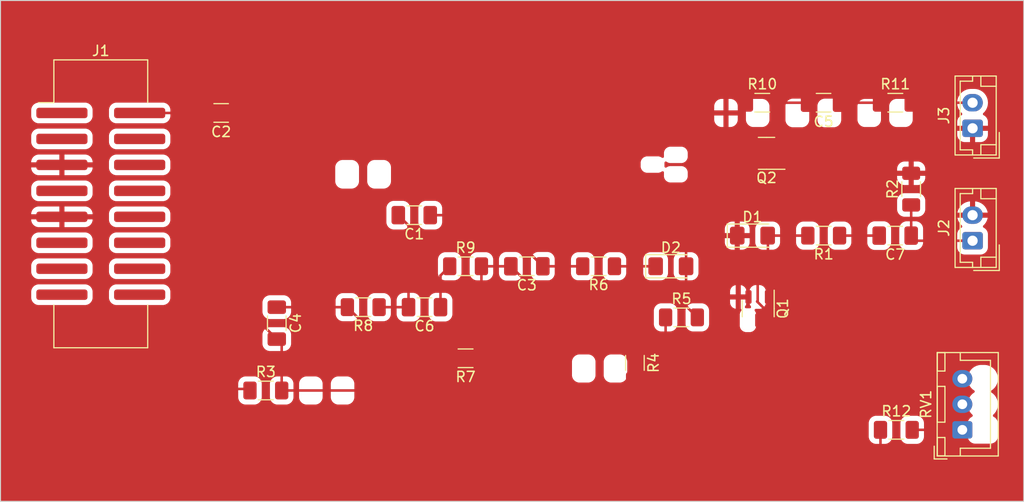
<source format=kicad_pcb>
(kicad_pcb (version 20221018) (generator pcbnew)
  (title_block (title "Platine 2") (rev "1.0"))
  (layers (0 "F.Cu" signal) (31 "B.Cu" signal) (34 "B.Paste" user) (35 "F.Paste" user) (36 "B.SilkS" user "B.Silkscreen") (37 "F.SilkS" user "F.Silkscreen") (38 "B.Mask" user) (39 "F.Mask" user) (44 "Edge.Cuts" user))
  (net 0 "")
  (net 1 "Net-(C1-Pad1)")
  (net 2 "Net-(C1-Pad2)")
  (net 3 "Net-(D2-A)")
  (net 4 "-12V")
  (net 5 "Net-(Q2-B)")
  (net 6 "Net-(C4-Pad1)")
  (net 7 "Net-(C5-Pad1)")
  (net 8 "Net-(Q2-C)")
  (net 9 "Net-(C6-Pad1)")
  (net 10 "Net-(J2-Pin_1)")
  (net 11 "Net-(C7-Pad2)")
  (net 12 "GND")
  (net 13 "Net-(D1-A)")
  (net 14 "Net-(D2-K)")
  (net 28 "Net-(J3-Pin_2)")
  (net 29 "Net-(Q1-E)")
  (net 30 "Net-(Q2-E)")
  (net 31 "Net-(R12-Pad2)")
  (footprint "Resistor_SMD:R_1206_3216Metric_Pad1.30x1.75mm_HandSolder" (layer "F.Cu") (at 125.45 85 180)
    (fp_text reference "R7" (at 0 -1.82) (layer "F.SilkS"))
    (fp_text value "27k")
    (fp_line (start -0.727064 -0.91) (end 0.727064 -0.91) (stroke (width 0.12)) (layer "F.SilkS"))
    (fp_line (start -0.727064 0.91) (end 0.727064 0.91) (stroke (width 0.12)) (layer "F.SilkS"))
    (pad "1" smd roundrect (at -1.55 0 180) (size 1.3 1.75) (layers "F.Cu" "F.Paste" "F.Mask") (roundrect_rratio 0.192308) (net 5 "Net-(Q2-B)"))
    (pad "2" smd roundrect (at 1.55 0 180) (size 1.3 1.75) (layers "F.Cu" "F.Paste" "F.Mask") (roundrect_rratio 0.192308) (net 6 "Net-(C4-Pad1)"))
  )
  (footprint "Diode_SMD:D_1206_3216Metric_Pad1.42x1.75mm_HandSolder" (layer "F.Cu") (at 153.4875 73)
    (fp_text reference "D1" (at 0 -1.82) (layer "F.SilkS"))
    (fp_text value "D")
    (fp_line (start -2.46 -1.135) (end -2.46 1.135) (stroke (width 0.12)) (layer "F.SilkS"))
    (fp_line (start -2.46 1.135) (end 1.6 1.135) (stroke (width 0.12)) (layer "F.SilkS"))
    (fp_line (start 1.6 -1.135) (end -2.46 -1.135) (stroke (width 0.12)) (layer "F.SilkS"))
    (pad "1" smd roundrect (at -1.4875 0) (size 1.425 1.75) (layers "F.Cu" "F.Paste" "F.Mask") (roundrect_rratio 0.175439) (net 12 "GND"))
    (pad "2" smd roundrect (at 1.4875 0) (size 1.425 1.75) (layers "F.Cu" "F.Paste" "F.Mask") (roundrect_rratio 0.175439) (net 13 "Net-(D1-A)"))
  )
  (footprint "Resistor_SMD:R_1206_3216Metric_Pad1.30x1.75mm_HandSolder" (layer "F.Cu") (at 125.45 76)
    (fp_text reference "R9" (at 0 -1.82) (layer "F.SilkS"))
    (fp_text value "1000k")
    (fp_line (start -0.727064 -0.91) (end 0.727064 -0.91) (stroke (width 0.12)) (layer "F.SilkS"))
    (fp_line (start -0.727064 0.91) (end 0.727064 0.91) (stroke (width 0.12)) (layer "F.SilkS"))
    (pad "1" smd roundrect (at -1.55 0) (size 1.3 1.75) (layers "F.Cu" "F.Paste" "F.Mask") (roundrect_rratio 0.192308) (net 9 "Net-(C6-Pad1)"))
    (pad "2" smd roundrect (at 1.55 0) (size 1.3 1.75) (layers "F.Cu" "F.Paste" "F.Mask") (roundrect_rratio 0.192308) (net 5 "Net-(Q2-B)"))
  )
  (footprint "Resistor_SMD:R_1206_3216Metric_Pad1.30x1.75mm_HandSolder" (layer "F.Cu") (at 160.45 73 180)
    (fp_text reference "R1" (at 0 -1.82) (layer "F.SilkS"))
    (fp_text value "5.6k")
    (fp_line (start -0.727064 -0.91) (end 0.727064 -0.91) (stroke (width 0.12)) (layer "F.SilkS"))
    (fp_line (start -0.727064 0.91) (end 0.727064 0.91) (stroke (width 0.12)) (layer "F.SilkS"))
    (pad "1" smd roundrect (at -1.55 0 180) (size 1.3 1.75) (layers "F.Cu" "F.Paste" "F.Mask") (roundrect_rratio 0.192308) (net 11 "Net-(C7-Pad2)"))
    (pad "2" smd roundrect (at 1.55 0 180) (size 1.3 1.75) (layers "F.Cu" "F.Paste" "F.Mask") (roundrect_rratio 0.192308) (net 13 "Net-(D1-A)"))
  )
  (footprint "Capacitor_SMD:C_1206_3216Metric_Pad1.33x1.80mm_HandSolder" (layer "F.Cu") (at 107 81.5625 -90)
    (fp_text reference "C4" (at 0 -1.85 90) (layer "F.SilkS"))
    (fp_text value "39n")
    (fp_line (start -0.711252 -0.91) (end 0.711252 -0.91) (stroke (width 0.12)) (layer "F.SilkS"))
    (fp_line (start -0.711252 0.91) (end 0.711252 0.91) (stroke (width 0.12)) (layer "F.SilkS"))
    (pad "1" smd roundrect (at -1.5625 0 270) (size 1.325 1.8) (layers "F.Cu" "F.Paste" "F.Mask") (roundrect_rratio 0.188679) (net 6 "Net-(C4-Pad1)"))
    (pad "2" smd roundrect (at 1.5625 0 270) (size 1.325 1.8) (layers "F.Cu" "F.Paste" "F.Mask") (roundrect_rratio 0.188679) (net 4 "-12V"))
  )
  (footprint "Capacitor_SMD:C_1206_3216Metric_Pad1.33x1.80mm_HandSolder" (layer "F.Cu") (at 120.4375 71 180)
    (fp_text reference "C1" (at 0 -1.85) (layer "F.SilkS"))
    (fp_text value "6.8n")
    (fp_line (start -0.711252 -0.91) (end 0.711252 -0.91) (stroke (width 0.12)) (layer "F.SilkS"))
    (fp_line (start -0.711252 0.91) (end 0.711252 0.91) (stroke (width 0.12)) (layer "F.SilkS"))
    (pad "1" smd roundrect (at -1.5625 0 180) (size 1.325 1.8) (layers "F.Cu" "F.Paste" "F.Mask") (roundrect_rratio 0.188679) (net 1 "Net-(C1-Pad1)"))
    (pad "2" smd roundrect (at 1.5625 0 180) (size 1.325 1.8) (layers "F.Cu" "F.Paste" "F.Mask") (roundrect_rratio 0.188679) (net 2 "Net-(C1-Pad2)"))
  )
  (footprint "Capacitor_SMD:C_1206_3216Metric_Pad1.33x1.80mm_HandSolder" (layer "F.Cu") (at 101.5625 61 180)
    (fp_text reference "C2" (at 0 -1.85) (layer "F.SilkS"))
    (fp_text value "10u")
    (fp_line (start -0.711252 -0.91) (end 0.711252 -0.91) (stroke (width 0.12)) (layer "F.SilkS"))
    (fp_line (start -0.711252 0.91) (end 0.711252 0.91) (stroke (width 0.12)) (layer "F.SilkS"))
    (pad "1" smd roundrect (at -1.5625 0 180) (size 1.325 1.8) (layers "F.Cu" "F.Paste" "F.Mask") (roundrect_rratio 0.188679) (net 3 "Net-(D2-A)"))
    (pad "2" smd roundrect (at 1.5625 0 180) (size 1.325 1.8) (layers "F.Cu" "F.Paste" "F.Mask") (roundrect_rratio 0.188679) (net 4 "-12V"))
  )
  (footprint "Resistor_SMD:R_1206_3216Metric_Pad1.30x1.75mm_HandSolder" (layer "F.Cu") (at 169 68.45 90)
    (fp_text reference "R2" (at 0 -1.82 90) (layer "F.SilkS"))
    (fp_text value "5.6k")
    (fp_line (start -0.727064 -0.91) (end 0.727064 -0.91) (stroke (width 0.12)) (layer "F.SilkS"))
    (fp_line (start -0.727064 0.91) (end 0.727064 0.91) (stroke (width 0.12)) (layer "F.SilkS"))
    (pad "1" smd roundrect (at -1.55 0 90) (size 1.3 1.75) (layers "F.Cu" "F.Paste" "F.Mask") (roundrect_rratio 0.192308) (net 10 "Net-(J2-Pin_1)"))
    (pad "2" smd roundrect (at 1.55 0 90) (size 1.3 1.75) (layers "F.Cu" "F.Paste" "F.Mask") (roundrect_rratio 0.192308) (net 12 "GND"))
  )
  (footprint "Connector_IDC:IDC-Header_2x08_P2.54mm_Vertical_SMD" (layer "F.Cu") (at 89.8 69.89)
    (fp_text reference "J1" (at 0 -14.97) (layer "F.SilkS"))
    (fp_text value "Conn_02x08_Odd_Even")
    (fp_line (start -4.585 -14.08) (end 4.585 -14.08) (stroke (width 0.12)) (layer "F.SilkS"))
    (fp_line (start -4.585 -9.9) (end -6.085 -9.9) (stroke (width 0.12)) (layer "F.SilkS"))
    (fp_line (start -4.585 -9.9) (end -4.585 -14.08) (stroke (width 0.12)) (layer "F.SilkS"))
    (fp_line (start -4.585 9.9) (end -4.585 14.08) (stroke (width 0.12)) (layer "F.SilkS"))
    (fp_line (start -4.585 14.08) (end 4.585 14.08) (stroke (width 0.12)) (layer "F.SilkS"))
    (fp_line (start 4.585 -14.08) (end 4.585 -9.9) (stroke (width 0.12)) (layer "F.SilkS"))
    (fp_line (start 4.585 14.08) (end 4.585 9.9) (stroke (width 0.12)) (layer "F.SilkS"))
    (pad "1" smd roundrect (at -3.8 -8.89) (size 5 1.02) (layers "F.Cu" "F.Paste" "F.Mask"))
    (pad "2" smd roundrect (at 3.8 -8.89) (size 5 1.02) (layers "F.Cu" "F.Paste" "F.Mask") (net 4 "-12V"))
    (pad "3" smd roundrect (at -3.8 -6.35) (size 5 1.02) (layers "F.Cu" "F.Paste" "F.Mask"))
    (pad "4" smd roundrect (at 3.8 -6.35) (size 5 1.02) (layers "F.Cu" "F.Paste" "F.Mask"))
    (pad "5" smd roundrect (at -3.8 -3.81) (size 5 1.02) (layers "F.Cu" "F.Paste" "F.Mask") (net 12 "GND"))
    (pad "6" smd roundrect (at 3.8 -3.81) (size 5 1.02) (layers "F.Cu" "F.Paste" "F.Mask"))
    (pad "7" smd roundrect (at -3.8 -1.27) (size 5 1.02) (layers "F.Cu" "F.Paste" "F.Mask"))
    (pad "8" smd roundrect (at 3.8 -1.27) (size 5 1.02) (layers "F.Cu" "F.Paste" "F.Mask"))
    (pad "9" smd roundrect (at -3.8 1.27) (size 5 1.02) (layers "F.Cu" "F.Paste" "F.Mask") (net 12 "GND"))
    (pad "10" smd roundrect (at 3.8 1.27) (size 5 1.02) (layers "F.Cu" "F.Paste" "F.Mask"))
    (pad "11" smd roundrect (at -3.8 3.81) (size 5 1.02) (layers "F.Cu" "F.Paste" "F.Mask"))
    (pad "12" smd roundrect (at 3.8 3.81) (size 5 1.02) (layers "F.Cu" "F.Paste" "F.Mask"))
    (pad "13" smd roundrect (at -3.8 6.35) (size 5 1.02) (layers "F.Cu" "F.Paste" "F.Mask"))
    (pad "14" smd roundrect (at 3.8 6.35) (size 5 1.02) (layers "F.Cu" "F.Paste" "F.Mask"))
    (pad "15" smd roundrect (at -3.8 8.89) (size 5 1.02) (layers "F.Cu" "F.Paste" "F.Mask"))
    (pad "16" smd roundrect (at 3.8 8.89) (size 5 1.02) (layers "F.Cu" "F.Paste" "F.Mask"))
  )
  (footprint "Capacitor_SMD:C_1206_3216Metric_Pad1.33x1.80mm_HandSolder" (layer "F.Cu") (at 167.4375 73 180)
    (fp_text reference "C7" (at 0 -1.85) (layer "F.SilkS"))
    (fp_text value "6.8n")
    (fp_line (start -0.711252 -0.91) (end 0.711252 -0.91) (stroke (width 0.12)) (layer "F.SilkS"))
    (fp_line (start -0.711252 0.91) (end 0.711252 0.91) (stroke (width 0.12)) (layer "F.SilkS"))
    (pad "1" smd roundrect (at -1.5625 0 180) (size 1.325 1.8) (layers "F.Cu" "F.Paste" "F.Mask") (roundrect_rratio 0.188679) (net 10 "Net-(J2-Pin_1)"))
    (pad "2" smd roundrect (at 1.5625 0 180) (size 1.325 1.8) (layers "F.Cu" "F.Paste" "F.Mask") (roundrect_rratio 0.188679) (net 11 "Net-(C7-Pad2)"))
  )
  (footprint "Connector_JST:JST_EH_B2B-EH-A_1x02_P2.50mm_Vertical" (layer "F.Cu") (at 175 73.5 90)
    (fp_text reference "J2" (at 1.25 -2.8 90) (layer "F.SilkS"))
    (fp_text value "Conn_01x02_Pin")
    (fp_line (start -2.91 0.11) (end -2.91 2.61) (stroke (width 0.12)) (layer "F.SilkS"))
    (fp_line (start -2.91 2.61) (end -0.41 2.61) (stroke (width 0.12)) (layer "F.SilkS"))
    (fp_line (start -2.61 -1.71) (end -2.61 2.31) (stroke (width 0.12)) (layer "F.SilkS"))
    (fp_line (start -2.61 0) (end -2.11 0) (stroke (width 0.12)) (layer "F.SilkS"))
    (fp_line (start -2.61 0.81) (end -1.61 0.81) (stroke (width 0.12)) (layer "F.SilkS"))
    (fp_line (start -2.61 2.31) (end 5.11 2.31) (stroke (width 0.12)) (layer "F.SilkS"))
    (fp_line (start -2.11 -1.21) (end 4.61 -1.21) (stroke (width 0.12)) (layer "F.SilkS"))
    (fp_line (start -2.11 0) (end -2.11 -1.21) (stroke (width 0.12)) (layer "F.SilkS"))
    (fp_line (start -1.61 0.81) (end -1.61 2.31) (stroke (width 0.12)) (layer "F.SilkS"))
    (fp_line (start 4.11 0.81) (end 4.11 2.31) (stroke (width 0.12)) (layer "F.SilkS"))
    (fp_line (start 4.61 -1.21) (end 4.61 0) (stroke (width 0.12)) (layer "F.SilkS"))
    (fp_line (start 4.61 0) (end 5.11 0) (stroke (width 0.12)) (layer "F.SilkS"))
    (fp_line (start 5.11 -1.71) (end -2.61 -1.71) (stroke (width 0.12)) (layer "F.SilkS"))
    (fp_line (start 5.11 0.81) (end 4.11 0.81) (stroke (width 0.12)) (layer "F.SilkS"))
    (fp_line (start 5.11 2.31) (end 5.11 -1.71) (stroke (width 0.12)) (layer "F.SilkS"))
    (pad "1" thru_hole roundrect (at 0 0 90) (size 1.7 2) (drill 1) (layers "*.Cu" "*.Mask") (roundrect_rratio 0.147059) (net 10 "Net-(J2-Pin_1)"))
    (pad "2" thru_hole oval (at 2.5 0 90) (size 1.7 2) (drill 1) (layers "*.Cu" "*.Mask") (net 12 "GND"))
  )
  (footprint "Resistor_SMD:R_1206_3216Metric_Pad1.30x1.75mm_HandSolder" (layer "F.Cu") (at 142 85.45 -90)
    (fp_text reference "R4" (at 0 -1.82 90) (layer "F.SilkS"))
    (fp_text value "15k")
    (fp_line (start -0.727064 -0.91) (end 0.727064 -0.91) (stroke (width 0.12)) (layer "F.SilkS"))
    (fp_line (start -0.727064 0.91) (end 0.727064 0.91) (stroke (width 0.12)) (layer "F.SilkS"))
    (pad "1" smd roundrect (at -1.55 0 270) (size 1.3 1.75) (layers "F.Cu" "F.Paste" "F.Mask") (roundrect_rratio 0.192308) (net 14 "Net-(D2-K)"))
    (pad "2" smd roundrect (at 1.55 0 270) (size 1.3 1.75) (layers "F.Cu" "F.Paste" "F.Mask") (roundrect_rratio 0.192308) (net 4 "-12V"))
  )
  (footprint "Connector_JST:JST_EH_B2B-EH-A_1x02_P2.50mm_Vertical" (layer "F.Cu") (at 175 62.5 90)
    (fp_text reference "J3" (at 1.25 -2.8 90) (layer "F.SilkS"))
    (fp_text value "Conn_01x02_Pin")
    (fp_line (start -2.91 0.11) (end -2.91 2.61) (stroke (width 0.12)) (layer "F.SilkS"))
    (fp_line (start -2.91 2.61) (end -0.41 2.61) (stroke (width 0.12)) (layer "F.SilkS"))
    (fp_line (start -2.61 -1.71) (end -2.61 2.31) (stroke (width 0.12)) (layer "F.SilkS"))
    (fp_line (start -2.61 0) (end -2.11 0) (stroke (width 0.12)) (layer "F.SilkS"))
    (fp_line (start -2.61 0.81) (end -1.61 0.81) (stroke (width 0.12)) (layer "F.SilkS"))
    (fp_line (start -2.61 2.31) (end 5.11 2.31) (stroke (width 0.12)) (layer "F.SilkS"))
    (fp_line (start -2.11 -1.21) (end 4.61 -1.21) (stroke (width 0.12)) (layer "F.SilkS"))
    (fp_line (start -2.11 0) (end -2.11 -1.21) (stroke (width 0.12)) (layer "F.SilkS"))
    (fp_line (start -1.61 0.81) (end -1.61 2.31) (stroke (width 0.12)) (layer "F.SilkS"))
    (fp_line (start 4.11 0.81) (end 4.11 2.31) (stroke (width 0.12)) (layer "F.SilkS"))
    (fp_line (start 4.61 -1.21) (end 4.61 0) (stroke (width 0.12)) (layer "F.SilkS"))
    (fp_line (start 4.61 0) (end 5.11 0) (stroke (width 0.12)) (layer "F.SilkS"))
    (fp_line (start 5.11 -1.71) (end -2.61 -1.71) (stroke (width 0.12)) (layer "F.SilkS"))
    (fp_line (start 5.11 0.81) (end 4.11 0.81) (stroke (width 0.12)) (layer "F.SilkS"))
    (fp_line (start 5.11 2.31) (end 5.11 -1.71) (stroke (width 0.12)) (layer "F.SilkS"))
    (pad "1" thru_hole roundrect (at 0 0 90) (size 1.7 2) (drill 1) (layers "*.Cu" "*.Mask") (roundrect_rratio 0.147059) (net 12 "GND"))
    (pad "2" thru_hole oval (at 2.5 0 90) (size 1.7 2) (drill 1) (layers "*.Cu" "*.Mask") (net 28 "Net-(J3-Pin_2)"))
  )
  (footprint "Package_TO_SOT_SMD:SOT-23-3" (layer "F.Cu") (at 154.05 80.1375 -90)
    (fp_text reference "Q1" (at 0 -2.4 90) (layer "F.SilkS"))
    (fp_text value "Q_NPN_BCE")
    (fp_line (start 0 -1.56) (end -1.8 -1.56) (stroke (width 0.12)) (layer "F.SilkS"))
    (fp_line (start 0 -1.56) (end 0.8 -1.56) (stroke (width 0.12)) (layer "F.SilkS"))
    (fp_line (start 0 1.56) (end -0.8 1.56) (stroke (width 0.12)) (layer "F.SilkS"))
    (fp_line (start 0 1.56) (end 0.8 1.56) (stroke (width 0.12)) (layer "F.SilkS"))
    (pad "1" smd roundrect (at -1.1375 -0.95 270) (size 1.325 0.6) (layers "F.Cu" "F.Paste" "F.Mask") (net 13 "Net-(D1-A)"))
    (pad "2" smd roundrect (at -1.1375 0.95 270) (size 1.325 0.6) (layers "F.Cu" "F.Paste" "F.Mask") (net 12 "GND"))
    (pad "3" smd roundrect (at 1.1375 0 270) (size 1.325 0.6) (layers "F.Cu" "F.Paste" "F.Mask") (net 29 "Net-(Q1-E)"))
  )
  (footprint "Resistor_SMD:R_1206_3216Metric_Pad1.30x1.75mm_HandSolder" (layer "F.Cu") (at 154.45 60)
    (fp_text reference "R10" (at 0 -1.82) (layer "F.SilkS"))
    (fp_text value "22k")
    (fp_line (start -0.727064 -0.91) (end 0.727064 -0.91) (stroke (width 0.12)) (layer "F.SilkS"))
    (fp_line (start -0.727064 0.91) (end 0.727064 0.91) (stroke (width 0.12)) (layer "F.SilkS"))
    (pad "1" smd roundrect (at -1.55 0) (size 1.3 1.75) (layers "F.Cu" "F.Paste" "F.Mask") (roundrect_rratio 0.192308) (net 12 "GND"))
    (pad "2" smd roundrect (at 1.55 0) (size 1.3 1.75) (layers "F.Cu" "F.Paste" "F.Mask") (roundrect_rratio 0.192308) (net 8 "Net-(Q2-C)"))
  )
  (footprint "Capacitor_SMD:C_1206_3216Metric_Pad1.33x1.80mm_HandSolder" (layer "F.Cu") (at 131.4375 76 180)
    (fp_text reference "C3" (at 0 -1.85) (layer "F.SilkS"))
    (fp_text value "6.8n")
    (fp_line (start -0.711252 -0.91) (end 0.711252 -0.91) (stroke (width 0.12)) (layer "F.SilkS"))
    (fp_line (start -0.711252 0.91) (end 0.711252 0.91) (stroke (width 0.12)) (layer "F.SilkS"))
    (pad "1" smd roundrect (at -1.5625 0 180) (size 1.325 1.8) (layers "F.Cu" "F.Paste" "F.Mask") (roundrect_rratio 0.188679) (net 1 "Net-(C1-Pad1)"))
    (pad "2" smd roundrect (at 1.5625 0 180) (size 1.325 1.8) (layers "F.Cu" "F.Paste" "F.Mask") (roundrect_rratio 0.188679) (net 5 "Net-(Q2-B)"))
  )
  (footprint "Capacitor_SMD:C_1206_3216Metric_Pad1.33x1.80mm_HandSolder" (layer "F.Cu") (at 121.4375 80 180)
    (fp_text reference "C6" (at 0 -1.85) (layer "F.SilkS"))
    (fp_text value "1u")
    (fp_line (start -0.711252 -0.91) (end 0.711252 -0.91) (stroke (width 0.12)) (layer "F.SilkS"))
    (fp_line (start -0.711252 0.91) (end 0.711252 0.91) (stroke (width 0.12)) (layer "F.SilkS"))
    (pad "1" smd roundrect (at -1.5625 0 180) (size 1.325 1.8) (layers "F.Cu" "F.Paste" "F.Mask") (roundrect_rratio 0.188679) (net 9 "Net-(C6-Pad1)"))
    (pad "2" smd roundrect (at 1.5625 0 180) (size 1.325 1.8) (layers "F.Cu" "F.Paste" "F.Mask") (roundrect_rratio 0.188679) (net 2 "Net-(C1-Pad2)"))
  )
  (footprint "Diode_SMD:D_1206_3216Metric_Pad1.42x1.75mm_HandSolder" (layer "F.Cu") (at 145.5125 76)
    (fp_text reference "D2" (at 0 -1.82) (layer "F.SilkS"))
    (fp_text value "D")
    (fp_line (start -2.46 -1.135) (end -2.46 1.135) (stroke (width 0.12)) (layer "F.SilkS"))
    (fp_line (start -2.46 1.135) (end 1.6 1.135) (stroke (width 0.12)) (layer "F.SilkS"))
    (fp_line (start 1.6 -1.135) (end -2.46 -1.135) (stroke (width 0.12)) (layer "F.SilkS"))
    (pad "1" smd roundrect (at -1.4875 0) (size 1.425 1.75) (layers "F.Cu" "F.Paste" "F.Mask") (roundrect_rratio 0.175439) (net 14 "Net-(D2-K)"))
    (pad "2" smd roundrect (at 1.4875 0) (size 1.425 1.75) (layers "F.Cu" "F.Paste" "F.Mask") (roundrect_rratio 0.175439) (net 3 "Net-(D2-A)"))
  )
  (footprint "Resistor_SMD:R_1206_3216Metric_Pad1.30x1.75mm_HandSolder" (layer "F.Cu") (at 138.45 76 180)
    (fp_text reference "R6" (at 0 -1.82) (layer "F.SilkS"))
    (fp_text value "8.2k")
    (fp_line (start -0.727064 -0.91) (end 0.727064 -0.91) (stroke (width 0.12)) (layer "F.SilkS"))
    (fp_line (start -0.727064 0.91) (end 0.727064 0.91) (stroke (width 0.12)) (layer "F.SilkS"))
    (pad "1" smd roundrect (at -1.55 0 180) (size 1.3 1.75) (layers "F.Cu" "F.Paste" "F.Mask") (roundrect_rratio 0.192308) (net 14 "Net-(D2-K)"))
    (pad "2" smd roundrect (at 1.55 0 180) (size 1.3 1.75) (layers "F.Cu" "F.Paste" "F.Mask") (roundrect_rratio 0.192308) (net 1 "Net-(C1-Pad1)"))
  )
  (footprint "Resistor_SMD:R_1206_3216Metric_Pad1.30x1.75mm_HandSolder" (layer "F.Cu") (at 115.45 80 180)
    (fp_text reference "R8" (at 0 -1.82) (layer "F.SilkS"))
    (fp_text value "27k")
    (fp_line (start -0.727064 -0.91) (end 0.727064 -0.91) (stroke (width 0.12)) (layer "F.SilkS"))
    (fp_line (start -0.727064 0.91) (end 0.727064 0.91) (stroke (width 0.12)) (layer "F.SilkS"))
    (pad "1" smd roundrect (at -1.55 0 180) (size 1.3 1.75) (layers "F.Cu" "F.Paste" "F.Mask") (roundrect_rratio 0.192308) (net 2 "Net-(C1-Pad2)"))
    (pad "2" smd roundrect (at 1.55 0 180) (size 1.3 1.75) (layers "F.Cu" "F.Paste" "F.Mask") (roundrect_rratio 0.192308) (net 6 "Net-(C4-Pad1)"))
  )
  (footprint "Resistor_SMD:R_1206_3216Metric_Pad1.30x1.75mm_HandSolder" (layer "F.Cu") (at 167.55 92)
    (fp_text reference "R12" (at 0 -1.82) (layer "F.SilkS"))
    (fp_text value "100")
    (fp_line (start -0.727064 -0.91) (end 0.727064 -0.91) (stroke (width 0.12)) (layer "F.SilkS"))
    (fp_line (start -0.727064 0.91) (end 0.727064 0.91) (stroke (width 0.12)) (layer "F.SilkS"))
    (pad "1" smd roundrect (at -1.55 0) (size 1.3 1.75) (layers "F.Cu" "F.Paste" "F.Mask") (roundrect_rratio 0.192308) (net 30 "Net-(Q2-E)"))
    (pad "2" smd roundrect (at 1.55 0) (size 1.3 1.75) (layers "F.Cu" "F.Paste" "F.Mask") (roundrect_rratio 0.192308) (net 31 "Net-(R12-Pad2)"))
  )
  (footprint "Resistor_SMD:R_1206_3216Metric_Pad1.30x1.75mm_HandSolder" (layer "F.Cu") (at 167.45 60)
    (fp_text reference "R11" (at 0 -1.82) (layer "F.SilkS"))
    (fp_text value "560k")
    (fp_line (start -0.727064 -0.91) (end 0.727064 -0.91) (stroke (width 0.12)) (layer "F.SilkS"))
    (fp_line (start -0.727064 0.91) (end 0.727064 0.91) (stroke (width 0.12)) (layer "F.SilkS"))
    (pad "1" smd roundrect (at -1.55 0) (size 1.3 1.75) (layers "F.Cu" "F.Paste" "F.Mask") (roundrect_rratio 0.192308) (net 7 "Net-(C5-Pad1)"))
    (pad "2" smd roundrect (at 1.55 0) (size 1.3 1.75) (layers "F.Cu" "F.Paste" "F.Mask") (roundrect_rratio 0.192308) (net 28 "Net-(J3-Pin_2)"))
  )
  (footprint "Capacitor_SMD:C_1206_3216Metric_Pad1.33x1.80mm_HandSolder" (layer "F.Cu") (at 160.4375 60 180)
    (fp_text reference "C5" (at 0 -1.85) (layer "F.SilkS"))
    (fp_text value "0.47u")
    (fp_line (start -0.711252 -0.91) (end 0.711252 -0.91) (stroke (width 0.12)) (layer "F.SilkS"))
    (fp_line (start -0.711252 0.91) (end 0.711252 0.91) (stroke (width 0.12)) (layer "F.SilkS"))
    (pad "1" smd roundrect (at -1.5625 0 180) (size 1.325 1.8) (layers "F.Cu" "F.Paste" "F.Mask") (roundrect_rratio 0.188679) (net 7 "Net-(C5-Pad1)"))
    (pad "2" smd roundrect (at 1.5625 0 180) (size 1.325 1.8) (layers "F.Cu" "F.Paste" "F.Mask") (roundrect_rratio 0.188679) (net 8 "Net-(Q2-C)"))
  )
  (footprint "Resistor_SMD:R_1206_3216Metric_Pad1.30x1.75mm_HandSolder" (layer "F.Cu") (at 146.55 81)
    (fp_text reference "R5" (at 0 -1.82) (layer "F.SilkS"))
    (fp_text value "330")
    (fp_line (start -0.727064 -0.91) (end 0.727064 -0.91) (stroke (width 0.12)) (layer "F.SilkS"))
    (fp_line (start -0.727064 0.91) (end 0.727064 0.91) (stroke (width 0.12)) (layer "F.SilkS"))
    (pad "1" smd roundrect (at -1.55 0) (size 1.3 1.75) (layers "F.Cu" "F.Paste" "F.Mask") (roundrect_rratio 0.192308) (net 29 "Net-(Q1-E)"))
    (pad "2" smd roundrect (at 1.55 0) (size 1.3 1.75) (layers "F.Cu" "F.Paste" "F.Mask") (roundrect_rratio 0.192308) (net 3 "Net-(D2-A)"))
  )
  (footprint "Connector_JST:JST_XH_B3B-XH-A_1x03_P2.50mm_Vertical" (layer "F.Cu") (at 174 92 90)
    (fp_text reference "RV1" (at 2.5 -3.55 90) (layer "F.SilkS"))
    (fp_text value "1k")
    (fp_line (start -2.85 -2.75) (end -2.85 -1.5) (stroke (width 0.12)) (layer "F.SilkS"))
    (fp_line (start -2.56 -2.46) (end -2.56 3.51) (stroke (width 0.12)) (layer "F.SilkS"))
    (fp_line (start -2.56 3.51) (end 7.56 3.51) (stroke (width 0.12)) (layer "F.SilkS"))
    (fp_line (start -2.55 -2.45) (end -2.55 -1.7) (stroke (width 0.12)) (layer "F.SilkS"))
    (fp_line (start -2.55 -1.7) (end -0.75 -1.7) (stroke (width 0.12)) (layer "F.SilkS"))
    (fp_line (start -2.55 -0.2) (end -1.8 -0.2) (stroke (width 0.12)) (layer "F.SilkS"))
    (fp_line (start -1.8 -0.2) (end -1.8 2.75) (stroke (width 0.12)) (layer "F.SilkS"))
    (fp_line (start -1.8 2.75) (end 2.5 2.75) (stroke (width 0.12)) (layer "F.SilkS"))
    (fp_line (start -1.6 -2.75) (end -2.85 -2.75) (stroke (width 0.12)) (layer "F.SilkS"))
    (fp_line (start -0.75 -2.45) (end -2.55 -2.45) (stroke (width 0.12)) (layer "F.SilkS"))
    (fp_line (start -0.75 -1.7) (end -0.75 -2.45) (stroke (width 0.12)) (layer "F.SilkS"))
    (fp_line (start 0.75 -2.45) (end 0.75 -1.7) (stroke (width 0.12)) (layer "F.SilkS"))
    (fp_line (start 0.75 -1.7) (end 4.25 -1.7) (stroke (width 0.12)) (layer "F.SilkS"))
    (fp_line (start 4.25 -2.45) (end 0.75 -2.45) (stroke (width 0.12)) (layer "F.SilkS"))
    (fp_line (start 4.25 -1.7) (end 4.25 -2.45) (stroke (width 0.12)) (layer "F.SilkS"))
    (fp_line (start 5.75 -2.45) (end 5.75 -1.7) (stroke (width 0.12)) (layer "F.SilkS"))
    (fp_line (start 5.75 -1.7) (end 7.55 -1.7) (stroke (width 0.12)) (layer "F.SilkS"))
    (fp_line (start 6.8 -0.2) (end 6.8 2.75) (stroke (width 0.12)) (layer "F.SilkS"))
    (fp_line (start 6.8 2.75) (end 2.5 2.75) (stroke (width 0.12)) (layer "F.SilkS"))
    (fp_line (start 7.55 -2.45) (end 5.75 -2.45) (stroke (width 0.12)) (layer "F.SilkS"))
    (fp_line (start 7.55 -1.7) (end 7.55 -2.45) (stroke (width 0.12)) (layer "F.SilkS"))
    (fp_line (start 7.55 -0.2) (end 6.8 -0.2) (stroke (width 0.12)) (layer "F.SilkS"))
    (fp_line (start 7.56 -2.46) (end -2.56 -2.46) (stroke (width 0.12)) (layer "F.SilkS"))
    (fp_line (start 7.56 3.51) (end 7.56 -2.46) (stroke (width 0.12)) (layer "F.SilkS"))
    (pad "1" thru_hole roundrect (at 0 0 90) (size 1.7 1.95) (drill 0.95) (layers "*.Cu" "*.Mask") (roundrect_rratio 0.147059) (net 31 "Net-(R12-Pad2)"))
    (pad "2" thru_hole oval (at 2.5 0 90) (size 1.7 1.95) (drill 0.95) (layers "*.Cu" "*.Mask") (net 4 "-12V"))
    (pad "3" thru_hole oval (at 5 0 90) (size 1.7 1.95) (drill 0.95) (layers "*.Cu" "*.Mask") (net 4 "-12V"))
  )
  (footprint "Package_TO_SOT_SMD:SOT-23-3" (layer "F.Cu") (at 154.8625 64.95 180)
    (fp_text reference "Q2" (at 0 -2.4) (layer "F.SilkS"))
    (fp_text value "Q_NPN_ECB")
    (fp_line (start 0 -1.56) (end -1.8 -1.56) (stroke (width 0.12)) (layer "F.SilkS"))
    (fp_line (start 0 -1.56) (end 0.8 -1.56) (stroke (width 0.12)) (layer "F.SilkS"))
    (fp_line (start 0 1.56) (end -0.8 1.56) (stroke (width 0.12)) (layer "F.SilkS"))
    (fp_line (start 0 1.56) (end 0.8 1.56) (stroke (width 0.12)) (layer "F.SilkS"))
    (pad "1" smd roundrect (at -1.1375 -0.95 180) (size 1.325 0.6) (layers "F.Cu" "F.Paste" "F.Mask") (net 30 "Net-(Q2-E)"))
    (pad "2" smd roundrect (at -1.1375 0.95 180) (size 1.325 0.6) (layers "F.Cu" "F.Paste" "F.Mask") (net 8 "Net-(Q2-C)"))
    (pad "3" smd roundrect (at 1.1375 0 180) (size 1.325 0.6) (layers "F.Cu" "F.Paste" "F.Mask") (net 5 "Net-(Q2-B)"))
  )
  (footprint "Resistor_SMD:R_1206_3216Metric_Pad1.30x1.75mm_HandSolder" (layer "F.Cu") (at 105.93 88.15)
    (fp_text reference "R3" (at 0 -1.82) (layer "F.SilkS"))
    (fp_text value "100k")
    (fp_line (start -0.727064 -0.91) (end 0.727064 -0.91) (stroke (width 0.12)) (layer "F.SilkS"))
    (fp_line (start -0.727064 0.91) (end 0.727064 0.91) (stroke (width 0.12)) (layer "F.SilkS"))
    (pad "1" smd roundrect (at -1.55 0) (size 1.3 1.75) (layers "F.Cu" "F.Paste" "F.Mask") (roundrect_rratio 0.192308) (net 29 "Net-(Q1-E)"))
    (pad "2" smd roundrect (at 1.55 0) (size 1.3 1.75) (layers "F.Cu" "F.Paste" "F.Mask") (roundrect_rratio 0.192308) (net 4 "-12V"))
  )
  (gr_rect (start 80 50) (end 180 99) (stroke (width 0.1)) (fill none) (layer "Edge.Cuts"))
  (segment (start 128 71) (end 133 76) (width 0.25) (layer "F.Cu") (net 1))
  (segment (start 122 71) (end 128 71) (width 0.25) (layer "F.Cu") (net 1))
  (segment (start 133 76) (end 136.9 76) (width 0.25) (layer "F.Cu") (net 1))
  (segment (start 119.875 80) (end 117 80) (width 0.25) (layer "F.Cu") (net 2))
  (segment (start 118.875 71) (end 119.875 72) (width 0.25) (layer "F.Cu") (net 2))
  (segment (start 119.875 72) (end 119.875 80) (width 0.25) (layer "F.Cu") (net 2))
  (segment (start 103.125 61) (end 136 61) (width 0.25) (layer "F.Cu") (net 3))
  (segment (start 147 79.9) (end 148.1 81) (width 0.25) (layer "F.Cu") (net 3))
  (segment (start 136 61) (end 147 72) (width 0.25) (layer "F.Cu") (net 3))
  (segment (start 147 76) (end 147 79.9) (width 0.25) (layer "F.Cu") (net 3))
  (segment (start 147 72) (end 147 76) (width 0.25) (layer "F.Cu") (net 3))
  (segment (start 107.48 88.15) (end 140.85 88.15) (width 0.25) (layer "F.Cu") (net 4))
  (segment (start 174 87) (end 142 87) (width 0.25) (layer "F.Cu") (net 4))
  (segment (start 93.6 61) (end 100 61) (width 0.25) (layer "F.Cu") (net 4))
  (segment (start 100 76.125) (end 100 61) (width 0.25) (layer "F.Cu") (net 4))
  (segment (start 107.48 88.15) (end 107.48 83.605) (width 0.25) (layer "F.Cu") (net 4))
  (segment (start 140.85 88.15) (end 142 87) (width 0.25) (layer "F.Cu") (net 4))
  (segment (start 107 83.125) (end 100 76.125) (width 0.25) (layer "F.Cu") (net 4))
  (segment (start 107.48 83.605) (end 107 83.125) (width 0.25) (layer "F.Cu") (net 4))
  (segment (start 138.5 74.511827) (end 138.5 77.5) (width 0.25) (layer "F.Cu") (net 5))
  (segment (start 154 77.5) (end 153.5 77.5) (width 0.25) (layer "F.Cu") (net 5))
  (segment (start 155.5 81) (end 155.5 82.136396) (width 0.25) (layer "F.Cu") (net 5))
  (segment (start 155.5 82.136396) (end 154.186396 83.45) (width 0.25) (layer "F.Cu") (net 5))
  (segment (start 154.186396 83.45) (end 144.813604 83.45) (width 0.25) (layer "F.Cu") (net 5))
  (segment (start 153.5 65.175) (end 153.725 64.95) (width 0.25) (layer "F.Cu") (net 5))
  (segment (start 145.5 74.5) (end 145 74) (width 0.25) (layer "F.Cu") (net 5))
  (segment (start 145.5 77.325672) (end 145.5 74.5) (width 0.25) (layer "F.Cu") (net 5))
  (segment (start 131.375 77.5) (end 129.875 76) (width 0.25) (layer "F.Cu") (net 5))
  (segment (start 144.813604 83.45) (end 143.5 82.136396) (width 0.25) (layer "F.Cu") (net 5))
  (segment (start 143.5 82.136396) (end 143.5 79.325672) (width 0.25) (layer "F.Cu") (net 5))
  (segment (start 145 74) (end 139.011827 74) (width 0.25) (layer "F.Cu") (net 5))
  (segment (start 129.875 76) (end 127 76) (width 0.25) (layer "F.Cu") (net 5))
  (segment (start 154 79.5) (end 154 77.5) (width 0.25) (layer "F.Cu") (net 5))
  (segment (start 139.011827 74) (end 138.5 74.511827) (width 0.25) (layer "F.Cu") (net 5))
  (segment (start 127 85) (end 127 76) (width 0.25) (layer "F.Cu") (net 5))
  (segment (start 154 79.5) (end 155.5 81) (width 0.25) (layer "F.Cu") (net 5))
  (segment (start 143.5 79.325672) (end 145.5 77.325672) (width 0.25) (layer "F.Cu") (net 5))
  (segment (start 138.5 77.5) (end 131.375 77.5) (width 0.25) (layer "F.Cu") (net 5))
  (segment (start 153.5 77.5) (end 153.5 65.175) (width 0.25) (layer "F.Cu") (net 5))
  (segment (start 153.9375 79.4375) (end 154 79.5) (width 0.25) (layer "F.Cu") (net 5))
  (segment (start 113.9 80) (end 118.9 85) (width 0.25) (layer "F.Cu") (net 6))
  (segment (start 107 80) (end 113.9 80) (width 0.25) (layer "F.Cu") (net 6))
  (segment (start 118.9 85) (end 123.9 85) (width 0.25) (layer "F.Cu") (net 6))
  (segment (start 165.9 60) (end 162 60) (width 0.25) (layer "F.Cu") (net 7))
  (segment (start 158.875 60) (end 156 60) (width 0.25) (layer "F.Cu") (net 8))
  (segment (start 156 64) (end 156 60) (width 0.25) (layer "F.Cu") (net 8))
  (segment (start 123 80) (end 123 76.9) (width 0.25) (layer "F.Cu") (net 9))
  (segment (start 123 76.9) (end 123.9 76) (width 0.25) (layer "F.Cu") (net 9))
  (segment (start 169 73) (end 169 70) (width 0.25) (layer "F.Cu") (net 10))
  (segment (start 175 73.5) (end 169.5 73.5) (width 0.25) (layer "F.Cu") (net 10))
  (segment (start 169.5 73.5) (end 169 73) (width 0.25) (layer "F.Cu") (net 10))
  (segment (start 165.875 73) (end 162 73) (width 0.25) (layer "F.Cu") (net 11))
  (segment (start 155 79) (end 155 73.025) (width 0.25) (layer "F.Cu") (net 13))
  (segment (start 158.9 73) (end 154.975 73) (width 0.25) (layer "F.Cu") (net 13))
  (segment (start 155 73.025) (end 154.975 73) (width 0.25) (layer "F.Cu") (net 13))
  (segment (start 144.025 76) (end 142 76) (width 0.25) (layer "F.Cu") (net 14))
  (segment (start 142 76) (end 140 76) (width 0.25) (layer "F.Cu") (net 14))
  (segment (start 142 83.9) (end 142 76) (width 0.25) (layer "F.Cu") (net 14))
  (segment (start 175 60) (end 169 60) (width 0.25) (layer "F.Cu") (net 28))
  (segment (start 150 83) (end 145 83) (width 0.25) (layer "F.Cu") (net 29))
  (segment (start 146 51) (end 148 53) (width 0.25) (layer "F.Cu") (net 29))
  (segment (start 154.05 82.95) (end 154 83) (width 0.25) (layer "F.Cu") (net 29))
  (segment (start 82 88) (end 82 51) (width 0.25) (layer "F.Cu") (net 29))
  (segment (start 82 51) (end 146 51) (width 0.25) (layer "F.Cu") (net 29))
  (segment (start 104.38 88.15) (end 104.23 88) (width 0.25) (layer "F.Cu") (net 29))
  (segment (start 145 83) (end 145 81) (width 0.25) (layer "F.Cu") (net 29))
  (segment (start 154.05 81.275) (end 154.05 82.95) (width 0.25) (layer "F.Cu") (net 29))
  (segment (start 148 70.900672) (end 150 72.900672) (width 0.25) (layer "F.Cu") (net 29))
  (segment (start 154 83) (end 150 83) (width 0.25) (layer "F.Cu") (net 29))
  (segment (start 150 72.900672) (end 150 83) (width 0.25) (layer "F.Cu") (net 29))
  (segment (start 148 53) (end 148 70.900672) (width 0.25) (layer "F.Cu") (net 29))
  (segment (start 104.23 88) (end 82 88) (width 0.25) (layer "F.Cu") (net 29))
  (segment (start 171 67) (end 171 65) (width 0.25) (layer "F.Cu") (net 30))
  (segment (start 160 65.9) (end 156 65.9) (width 0.25) (layer "F.Cu") (net 30))
  (segment (start 179 97) (end 179 67) (width 0.25) (layer "F.Cu") (net 30))
  (segment (start 171 65) (end 160 65) (width 0.25) (layer "F.Cu") (net 30))
  (segment (start 166 97) (end 179 97) (width 0.25) (layer "F.Cu") (net 30))
  (segment (start 179 67) (end 171 67) (width 0.25) (layer "F.Cu") (net 30))
  (segment (start 160 65) (end 160 65.9) (width 0.25) (layer "F.Cu") (net 30))
  (segment (start 166 92) (end 166 97) (width 0.25) (layer "F.Cu") (net 30))
  (segment (start 169.1 92) (end 174 92) (width 0.25) (layer "F.Cu") (net 31))
  (zone (net 12) (net_name "GND") (layer "F.Cu") (connect_pads (clearance 0.5)) (min_thickness 0.25) (fill yes (thermal_gap 0.5) (thermal_bridge_width 0.5))
    (polygon (pts (xy 180 50) (xy 80 50) (xy 80 99) (xy 180 99)))
  )
)
</source>
